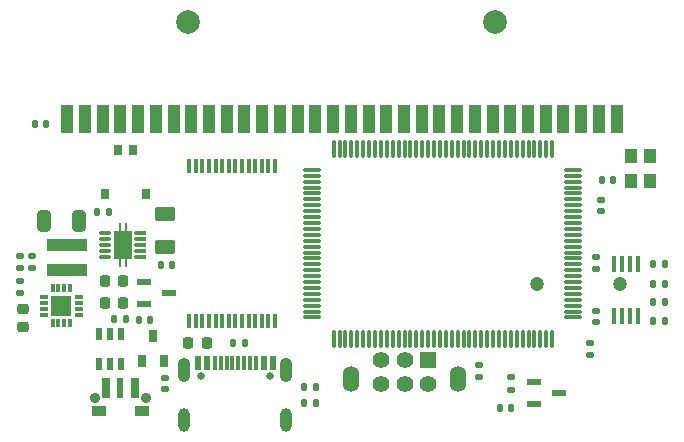
<source format=gbr>
%TF.GenerationSoftware,KiCad,Pcbnew,7.0.1*%
%TF.CreationDate,2024-08-11T10:53:17-07:00*%
%TF.ProjectId,agbc,61676263-2e6b-4696-9361-645f70636258,X4/X5*%
%TF.SameCoordinates,Original*%
%TF.FileFunction,Soldermask,Top*%
%TF.FilePolarity,Negative*%
%FSLAX46Y46*%
G04 Gerber Fmt 4.6, Leading zero omitted, Abs format (unit mm)*
G04 Created by KiCad (PCBNEW 7.0.1) date 2024-08-11 10:53:17*
%MOMM*%
%LPD*%
G01*
G04 APERTURE LIST*
G04 Aperture macros list*
%AMRoundRect*
0 Rectangle with rounded corners*
0 $1 Rounding radius*
0 $2 $3 $4 $5 $6 $7 $8 $9 X,Y pos of 4 corners*
0 Add a 4 corners polygon primitive as box body*
4,1,4,$2,$3,$4,$5,$6,$7,$8,$9,$2,$3,0*
0 Add four circle primitives for the rounded corners*
1,1,$1+$1,$2,$3*
1,1,$1+$1,$4,$5*
1,1,$1+$1,$6,$7*
1,1,$1+$1,$8,$9*
0 Add four rect primitives between the rounded corners*
20,1,$1+$1,$2,$3,$4,$5,0*
20,1,$1+$1,$4,$5,$6,$7,0*
20,1,$1+$1,$6,$7,$8,$9,0*
20,1,$1+$1,$8,$9,$2,$3,0*%
G04 Aperture macros list end*
%ADD10R,1.400000X1.400000*%
%ADD11C,1.400000*%
%ADD12O,1.400000X2.200000*%
%ADD13C,2.000000*%
%ADD14R,1.000000X2.400000*%
%ADD15RoundRect,0.140000X0.140000X0.170000X-0.140000X0.170000X-0.140000X-0.170000X0.140000X-0.170000X0*%
%ADD16R,0.450000X1.400000*%
%ADD17RoundRect,0.135000X0.185000X-0.135000X0.185000X0.135000X-0.185000X0.135000X-0.185000X-0.135000X0*%
%ADD18R,1.250000X0.600000*%
%ADD19RoundRect,0.225000X-0.225000X-0.250000X0.225000X-0.250000X0.225000X0.250000X-0.225000X0.250000X0*%
%ADD20RoundRect,0.140000X-0.140000X-0.170000X0.140000X-0.170000X0.140000X0.170000X-0.140000X0.170000X0*%
%ADD21RoundRect,0.135000X-0.185000X0.135000X-0.185000X-0.135000X0.185000X-0.135000X0.185000X0.135000X0*%
%ADD22C,0.650000*%
%ADD23R,0.600000X1.150000*%
%ADD24R,0.300000X1.150000*%
%ADD25O,1.050000X2.100000*%
%ADD26O,1.000000X2.000000*%
%ADD27RoundRect,0.225000X0.250000X-0.225000X0.250000X0.225000X-0.250000X0.225000X-0.250000X-0.225000X0*%
%ADD28RoundRect,0.218750X-0.218750X-0.256250X0.218750X-0.256250X0.218750X0.256250X-0.218750X0.256250X0*%
%ADD29RoundRect,0.140000X0.170000X-0.140000X0.170000X0.140000X-0.170000X0.140000X-0.170000X-0.140000X0*%
%ADD30RoundRect,0.135000X0.135000X0.185000X-0.135000X0.185000X-0.135000X-0.185000X0.135000X-0.185000X0*%
%ADD31RoundRect,0.250000X0.325000X0.650000X-0.325000X0.650000X-0.325000X-0.650000X0.325000X-0.650000X0*%
%ADD32RoundRect,0.225000X0.225000X0.250000X-0.225000X0.250000X-0.225000X-0.250000X0.225000X-0.250000X0*%
%ADD33R,3.400000X1.000000*%
%ADD34R,0.650000X1.100000*%
%ADD35C,0.900000*%
%ADD36R,0.750000X1.800000*%
%ADD37R,0.600000X1.800000*%
%ADD38R,1.300000X0.900000*%
%ADD39R,1.100000X1.300000*%
%ADD40R,0.300000X1.206500*%
%ADD41R,0.800000X0.300000*%
%ADD42R,0.300000X0.800000*%
%ADD43C,0.500000*%
%ADD44R,1.750000X1.750000*%
%ADD45R,0.550000X1.050000*%
%ADD46RoundRect,0.140000X-0.170000X0.140000X-0.170000X-0.140000X0.170000X-0.140000X0.170000X0.140000X0*%
%ADD47RoundRect,0.070000X-0.140000X-0.140000X0.140000X-0.140000X0.140000X0.140000X-0.140000X0.140000X0*%
%ADD48O,0.990000X0.420000*%
%ADD49C,0.600000*%
%ADD50R,0.680000X1.050000*%
%ADD51R,0.260000X0.500000*%
%ADD52R,0.280000X0.700000*%
%ADD53R,1.650000X2.400000*%
%ADD54R,0.700000X0.900000*%
%ADD55R,0.750000X0.900000*%
%ADD56RoundRect,0.075000X0.675000X-0.075000X0.675000X0.075000X-0.675000X0.075000X-0.675000X-0.075000X0*%
%ADD57RoundRect,0.075000X0.075000X-0.675000X0.075000X0.675000X-0.075000X0.675000X-0.075000X-0.675000X0*%
%ADD58RoundRect,0.135000X-0.135000X-0.185000X0.135000X-0.185000X0.135000X0.185000X-0.135000X0.185000X0*%
%ADD59RoundRect,0.250000X-0.625000X0.375000X-0.625000X-0.375000X0.625000X-0.375000X0.625000X0.375000X0*%
%ADD60C,1.200000*%
G04 APERTURE END LIST*
D10*
%TO.C,J1*%
X143200000Y-127800000D03*
D11*
X143200000Y-129800000D03*
X141200000Y-127800000D03*
X141200000Y-129800000D03*
X139200000Y-127800000D03*
X139200000Y-129800000D03*
D12*
X145700000Y-129400000D03*
X136700000Y-129400000D03*
%TD*%
D13*
%TO.C,J2*%
X122900000Y-99200000D03*
X148900000Y-99200000D03*
D14*
X112650000Y-107400000D03*
X114150000Y-107400000D03*
X115650000Y-107400000D03*
X117150000Y-107400000D03*
X118650000Y-107400000D03*
X120150000Y-107400000D03*
X121650000Y-107400000D03*
X123150000Y-107400000D03*
X124650000Y-107400000D03*
X126150000Y-107400000D03*
X127650000Y-107400000D03*
X129150000Y-107400000D03*
X130650000Y-107400000D03*
X132150000Y-107400000D03*
X133650000Y-107400000D03*
X135150000Y-107400000D03*
X136650000Y-107400000D03*
X138150000Y-107400000D03*
X139650000Y-107400000D03*
X141150000Y-107400000D03*
X142650000Y-107400000D03*
X144150000Y-107400000D03*
X145650000Y-107400000D03*
X147150000Y-107400000D03*
X148650000Y-107400000D03*
X150150000Y-107400000D03*
X151650000Y-107400000D03*
X153150000Y-107400000D03*
X154650000Y-107400000D03*
X156150000Y-107400000D03*
X157650000Y-107400000D03*
X159150000Y-107400000D03*
%TD*%
D15*
%TO.C,C7*%
X110860000Y-107800000D03*
X109900000Y-107800000D03*
%TD*%
D16*
%TO.C,U8*%
X158975000Y-124050000D03*
X159625000Y-124050000D03*
X160275000Y-124050000D03*
X160925000Y-124050000D03*
X160925000Y-119650000D03*
X160275000Y-119650000D03*
X159625000Y-119650000D03*
X158975000Y-119650000D03*
%TD*%
D17*
%TO.C,R1*%
X150200000Y-130300000D03*
X150200000Y-129280000D03*
%TD*%
D18*
%TO.C,U6*%
X119150000Y-121200000D03*
X119150000Y-123100000D03*
X121250000Y-122150000D03*
%TD*%
D19*
%TO.C,C19*%
X115800000Y-121150000D03*
X117350000Y-121150000D03*
%TD*%
D20*
%TO.C,C20*%
X116160000Y-115300000D03*
X115200000Y-115300000D03*
%TD*%
%TO.C,C11*%
X126700000Y-126350000D03*
X127660000Y-126350000D03*
%TD*%
D21*
%TO.C,R6*%
X108650000Y-121100000D03*
X108650000Y-122120000D03*
%TD*%
D22*
%TO.C,J5*%
X123990000Y-129170000D03*
X129770000Y-129170000D03*
D23*
X123680000Y-128095000D03*
X124480000Y-128095000D03*
D24*
X125630000Y-128095000D03*
X126630000Y-128095000D03*
X127130000Y-128095000D03*
X128130000Y-128095000D03*
D23*
X130080000Y-128095000D03*
X129280000Y-128095000D03*
D24*
X128630000Y-128095000D03*
X127630000Y-128095000D03*
X126130000Y-128095000D03*
X125130000Y-128095000D03*
D25*
X122560000Y-128670000D03*
D26*
X122560000Y-132850000D03*
X131200000Y-132850000D03*
D25*
X131200000Y-128670000D03*
%TD*%
D27*
%TO.C,C14*%
X108900000Y-125025000D03*
X108900000Y-123475000D03*
%TD*%
D28*
%TO.C,F2*%
X122875000Y-126350000D03*
X124450000Y-126350000D03*
%TD*%
D29*
%TO.C,C15*%
X120900000Y-130260000D03*
X120900000Y-129300000D03*
%TD*%
D30*
%TO.C,R14*%
X163225000Y-122900000D03*
X162205000Y-122900000D03*
%TD*%
D31*
%TO.C,C21*%
X113650000Y-116000000D03*
X110700000Y-116000000D03*
%TD*%
D32*
%TO.C,C13*%
X117350000Y-122950000D03*
X115800000Y-122950000D03*
%TD*%
D17*
%TO.C,R7*%
X109700000Y-120050000D03*
X109700000Y-119030000D03*
%TD*%
D15*
%TO.C,C23*%
X163225000Y-119675000D03*
X162265000Y-119675000D03*
%TD*%
D33*
%TO.C,L1*%
X112650000Y-120150000D03*
X112650000Y-118050000D03*
%TD*%
D15*
%TO.C,C5*%
X158850000Y-112525000D03*
X157890000Y-112525000D03*
%TD*%
D29*
%TO.C,C10*%
X157875000Y-115175000D03*
X157875000Y-114215000D03*
%TD*%
D17*
%TO.C,R3*%
X156875000Y-127385000D03*
X156875000Y-126365000D03*
%TD*%
D34*
%TO.C,Q1*%
X118940000Y-127900000D03*
X120860000Y-127900000D03*
X119900000Y-125800000D03*
%TD*%
D18*
%TO.C,U1*%
X152200000Y-129650000D03*
X152200000Y-131550000D03*
X154300000Y-130600000D03*
%TD*%
D29*
%TO.C,C22*%
X157450000Y-120060000D03*
X157450000Y-119100000D03*
%TD*%
D35*
%TO.C,S1*%
X115025000Y-131050000D03*
X119275000Y-131050000D03*
D36*
X115925000Y-130150000D03*
D37*
X117150000Y-130150000D03*
D36*
X118375000Y-130150000D03*
D38*
X115300000Y-132100000D03*
X119000000Y-132100000D03*
%TD*%
D30*
%TO.C,R13*%
X163220000Y-121325000D03*
X162200000Y-121325000D03*
%TD*%
D39*
%TO.C,X1*%
X162000000Y-112650000D03*
X162000000Y-110550000D03*
X160350000Y-110550000D03*
X160350000Y-112650000D03*
%TD*%
D40*
%TO.C,U3*%
X122967800Y-124500000D03*
X123526600Y-124500000D03*
X124085400Y-124500000D03*
X124644200Y-124500000D03*
X125203000Y-124500000D03*
X125761800Y-124500000D03*
X126320600Y-124500000D03*
X126879400Y-124500000D03*
X127438200Y-124500000D03*
X127997000Y-124500000D03*
X128555800Y-124500000D03*
X129114600Y-124500000D03*
X129673400Y-124500000D03*
X130232200Y-124500000D03*
X130232200Y-111380900D03*
X129673400Y-111380900D03*
X129114600Y-111380900D03*
X128555800Y-111380900D03*
X127997000Y-111380900D03*
X127438200Y-111380900D03*
X126879400Y-111380900D03*
X126320600Y-111380900D03*
X125761800Y-111380900D03*
X125203000Y-111380900D03*
X124644200Y-111380900D03*
X124085400Y-111380900D03*
X123526600Y-111380900D03*
X122967800Y-111380900D03*
%TD*%
D41*
%TO.C,U4*%
X110650000Y-122450000D03*
X110650000Y-122950000D03*
X110650000Y-123450000D03*
X110650000Y-123950000D03*
D42*
X111400000Y-124700000D03*
X111900000Y-124700000D03*
X112400000Y-124700000D03*
X112900000Y-124700000D03*
D41*
X113650000Y-123950000D03*
X113650000Y-123450000D03*
X113650000Y-122950000D03*
X113650000Y-122450000D03*
D42*
X112900000Y-121700000D03*
X112400000Y-121700000D03*
X111900000Y-121700000D03*
X111400000Y-121700000D03*
D43*
X111750000Y-122800000D03*
X111750000Y-123600000D03*
D44*
X112150000Y-123200000D03*
D43*
X112550000Y-122800000D03*
X112550000Y-123600000D03*
%TD*%
D15*
%TO.C,C17*%
X121500000Y-119750000D03*
X120540000Y-119750000D03*
%TD*%
D45*
%TO.C,U5*%
X115300000Y-128125000D03*
X116250000Y-128125000D03*
X117200000Y-128125000D03*
X117200000Y-125625000D03*
X116250000Y-125625000D03*
X115300000Y-125625000D03*
%TD*%
D46*
%TO.C,C8*%
X147500000Y-128250000D03*
X147500000Y-129210000D03*
%TD*%
D47*
%TO.C,U7*%
X115590000Y-117050000D03*
D48*
X115875000Y-117050000D03*
D47*
X115590000Y-117550000D03*
D48*
X115875000Y-117550000D03*
D47*
X115590000Y-118050000D03*
D48*
X115875000Y-118050000D03*
D47*
X115590000Y-118550000D03*
D48*
X115875000Y-118550000D03*
D47*
X115590000Y-119050000D03*
D48*
X115875000Y-119050000D03*
X118825000Y-119050000D03*
D47*
X119110000Y-119050000D03*
D48*
X118825000Y-118550000D03*
D47*
X119110000Y-118550000D03*
D48*
X118825000Y-118050000D03*
D47*
X119110000Y-118050000D03*
D48*
X118825000Y-117550000D03*
D47*
X119110000Y-117550000D03*
D48*
X118825000Y-117050000D03*
D47*
X119110000Y-117050000D03*
D49*
X116850000Y-117300000D03*
X116850000Y-118800000D03*
D50*
X116900000Y-117415000D03*
X116900000Y-118685000D03*
D51*
X117100000Y-116420000D03*
D52*
X117100000Y-116500000D03*
X117100000Y-119600000D03*
D51*
X117100000Y-119680000D03*
D49*
X117350000Y-118050000D03*
D53*
X117350000Y-118050000D03*
D51*
X117600000Y-116420000D03*
D52*
X117600000Y-116500000D03*
X117600000Y-119600000D03*
D51*
X117600000Y-119680000D03*
D50*
X117800000Y-117415000D03*
X117800000Y-118685000D03*
D49*
X117850000Y-117300000D03*
X117850000Y-118800000D03*
%TD*%
D54*
%TO.C,J4*%
X116975000Y-110025000D03*
X118175000Y-110025000D03*
D55*
X115800000Y-113775000D03*
X119350000Y-113775000D03*
%TD*%
D30*
%TO.C,R8*%
X133710000Y-130100000D03*
X132690000Y-130100000D03*
%TD*%
%TO.C,R11*%
X133710000Y-131450000D03*
X132690000Y-131450000D03*
%TD*%
D56*
%TO.C,U2*%
X133400000Y-124200000D03*
X133400000Y-123700000D03*
X133400000Y-123200000D03*
X133400000Y-122700000D03*
X133400000Y-122200000D03*
X133400000Y-121700000D03*
X133400000Y-121200000D03*
X133400000Y-120700000D03*
X133400000Y-120200000D03*
X133400000Y-119700000D03*
X133400000Y-119200000D03*
X133400000Y-118700000D03*
X133400000Y-118200000D03*
X133400000Y-117700000D03*
X133400000Y-117200000D03*
X133400000Y-116700000D03*
X133400000Y-116200000D03*
X133400000Y-115700000D03*
X133400000Y-115200000D03*
X133400000Y-114700000D03*
X133400000Y-114200000D03*
X133400000Y-113700000D03*
X133400000Y-113200000D03*
X133400000Y-112700000D03*
X133400000Y-112200000D03*
X133400000Y-111700000D03*
D57*
X135200000Y-109900000D03*
X135700000Y-109900000D03*
X136200000Y-109900000D03*
X136700000Y-109900000D03*
X137200000Y-109900000D03*
X137700000Y-109900000D03*
X138200000Y-109900000D03*
X138700000Y-109900000D03*
X139200000Y-109900000D03*
X139700000Y-109900000D03*
X140200000Y-109900000D03*
X140700000Y-109900000D03*
X141200000Y-109900000D03*
X141700000Y-109900000D03*
X142200000Y-109900000D03*
X142700000Y-109900000D03*
X143200000Y-109900000D03*
X143700000Y-109900000D03*
X144200000Y-109900000D03*
X144700000Y-109900000D03*
X145200000Y-109900000D03*
X145700000Y-109900000D03*
X146200000Y-109900000D03*
X146700000Y-109900000D03*
X147200000Y-109900000D03*
X147700000Y-109900000D03*
X148200000Y-109900000D03*
X148700000Y-109900000D03*
X149200000Y-109900000D03*
X149700000Y-109900000D03*
X150200000Y-109900000D03*
X150700000Y-109900000D03*
X151200000Y-109900000D03*
X151700000Y-109900000D03*
X152200000Y-109900000D03*
X152700000Y-109900000D03*
X153200000Y-109900000D03*
X153700000Y-109900000D03*
D56*
X155500000Y-111700000D03*
X155500000Y-112200000D03*
X155500000Y-112700000D03*
X155500000Y-113200000D03*
X155500000Y-113700000D03*
X155500000Y-114200000D03*
X155500000Y-114700000D03*
X155500000Y-115200000D03*
X155500000Y-115700000D03*
X155500000Y-116200000D03*
X155500000Y-116700000D03*
X155500000Y-117200000D03*
X155500000Y-117700000D03*
X155500000Y-118200000D03*
X155500000Y-118700000D03*
X155500000Y-119200000D03*
X155500000Y-119700000D03*
X155500000Y-120200000D03*
X155500000Y-120700000D03*
X155500000Y-121200000D03*
X155500000Y-121700000D03*
X155500000Y-122200000D03*
X155500000Y-122700000D03*
X155500000Y-123200000D03*
X155500000Y-123700000D03*
X155500000Y-124200000D03*
D57*
X153700000Y-126000000D03*
X153200000Y-126000000D03*
X152700000Y-126000000D03*
X152200000Y-126000000D03*
X151700000Y-126000000D03*
X151200000Y-126000000D03*
X150700000Y-126000000D03*
X150200000Y-126000000D03*
X149700000Y-126000000D03*
X149200000Y-126000000D03*
X148700000Y-126000000D03*
X148200000Y-126000000D03*
X147700000Y-126000000D03*
X147200000Y-126000000D03*
X146700000Y-126000000D03*
X146200000Y-126000000D03*
X145700000Y-126000000D03*
X145200000Y-126000000D03*
X144700000Y-126000000D03*
X144200000Y-126000000D03*
X143700000Y-126000000D03*
X143200000Y-126000000D03*
X142700000Y-126000000D03*
X142200000Y-126000000D03*
X141700000Y-126000000D03*
X141200000Y-126000000D03*
X140700000Y-126000000D03*
X140200000Y-126000000D03*
X139700000Y-126000000D03*
X139200000Y-126000000D03*
X138700000Y-126000000D03*
X138200000Y-126000000D03*
X137700000Y-126000000D03*
X137200000Y-126000000D03*
X136700000Y-126000000D03*
X136200000Y-126000000D03*
X135700000Y-126000000D03*
X135200000Y-126000000D03*
%TD*%
D15*
%TO.C,C24*%
X163225000Y-124525000D03*
X162265000Y-124525000D03*
%TD*%
D17*
%TO.C,R4*%
X108650000Y-120050000D03*
X108650000Y-119030000D03*
%TD*%
D58*
%TO.C,R10*%
X116600000Y-124350000D03*
X117620000Y-124350000D03*
%TD*%
D59*
%TO.C,F1*%
X120950000Y-115400000D03*
X120950000Y-118200000D03*
%TD*%
D46*
%TO.C,C25*%
X157450000Y-123640000D03*
X157450000Y-124600000D03*
%TD*%
D15*
%TO.C,C18*%
X119650000Y-124450000D03*
X118690000Y-124450000D03*
%TD*%
D20*
%TO.C,C1*%
X149270000Y-131900000D03*
X150230000Y-131900000D03*
%TD*%
D60*
%TO.C,VR1*%
X159450000Y-121350000D03*
X152450000Y-121350000D03*
%TD*%
M02*

</source>
